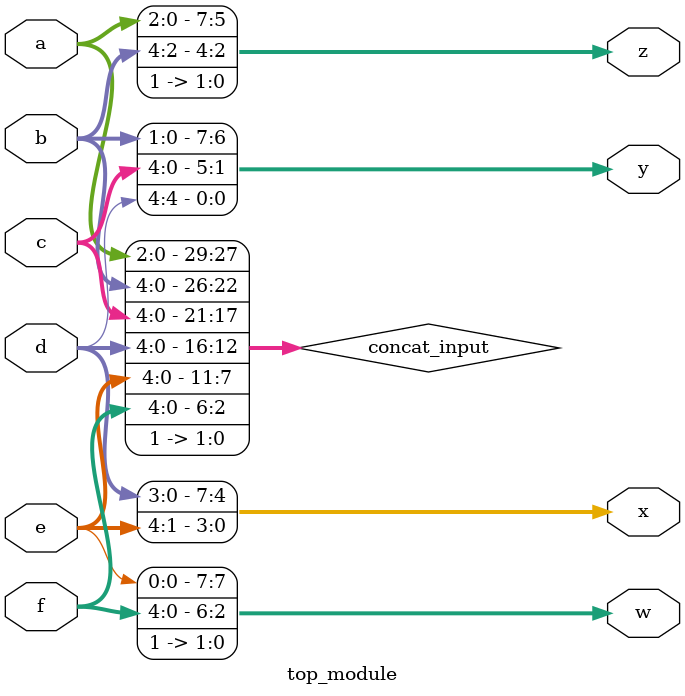
<source format=sv>
module top_module (
    input [4:0] a,
    input [4:0] b,
    input [4:0] c,
    input [4:0] d,
    input [4:0] e,
    input [4:0] f,
    output [7:0] w,
    output [7:0] x,
    output [7:0] y,
    output [7:0] z
);

wire [29:0] concat_input;

assign concat_input = {a, b, c, d, e, f, 2'b11};
assign w = concat_input[7:0];
assign x = concat_input[15:8];
assign y = concat_input[23:16];
assign z = {concat_input[29:24], 2'b11};

endmodule

</source>
